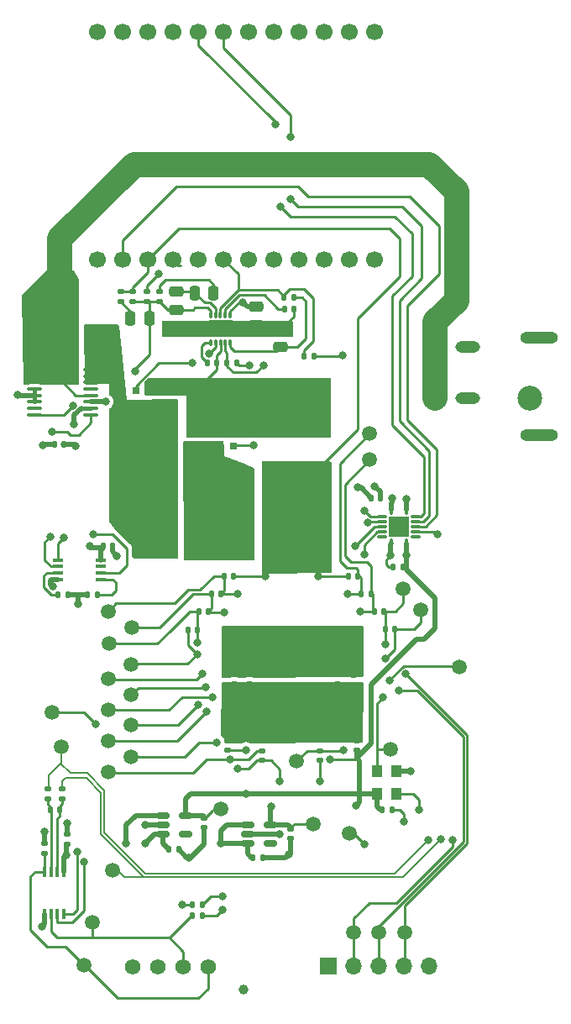
<source format=gbr>
%TF.GenerationSoftware,KiCad,Pcbnew,7.0.1*%
%TF.CreationDate,2023-10-06T09:11:46+02:00*%
%TF.ProjectId,NerdAxe_ultra,4e657264-4178-4655-9f75-6c7472612e6b,rev?*%
%TF.SameCoordinates,Original*%
%TF.FileFunction,Copper,L1,Top*%
%TF.FilePolarity,Positive*%
%FSLAX46Y46*%
G04 Gerber Fmt 4.6, Leading zero omitted, Abs format (unit mm)*
G04 Created by KiCad (PCBNEW 7.0.1) date 2023-10-06 09:11:46*
%MOMM*%
%LPD*%
G01*
G04 APERTURE LIST*
G04 Aperture macros list*
%AMRoundRect*
0 Rectangle with rounded corners*
0 $1 Rounding radius*
0 $2 $3 $4 $5 $6 $7 $8 $9 X,Y pos of 4 corners*
0 Add a 4 corners polygon primitive as box body*
4,1,4,$2,$3,$4,$5,$6,$7,$8,$9,$2,$3,0*
0 Add four circle primitives for the rounded corners*
1,1,$1+$1,$2,$3*
1,1,$1+$1,$4,$5*
1,1,$1+$1,$6,$7*
1,1,$1+$1,$8,$9*
0 Add four rect primitives between the rounded corners*
20,1,$1+$1,$2,$3,$4,$5,0*
20,1,$1+$1,$4,$5,$6,$7,0*
20,1,$1+$1,$6,$7,$8,$9,0*
20,1,$1+$1,$8,$9,$2,$3,0*%
%AMFreePoly0*
4,1,35,0.005000,-4.560000,0.003536,-4.563536,0.000000,-4.565000,-5.000000,-4.565000,-5.003536,-4.563536,-5.005000,-4.560000,-5.005000,-3.898000,-5.003536,-3.894464,-5.000000,-3.893000,-4.325000,-3.893000,-4.325000,-3.269700,-5.000000,-3.269700,-5.003536,-3.268236,-5.005000,-3.264700,-5.005000,-2.599700,-5.003536,-2.596164,-5.000000,-2.594700,-4.325000,-2.594700,-4.325000,-1.971400,-5.000000,-1.971400,
-5.003536,-1.969936,-5.005000,-1.966400,-5.005000,-1.301400,-5.003536,-1.297864,-5.000000,-1.296400,-4.325000,-1.296400,-4.325000,-0.673100,-5.000000,-0.673100,-5.003536,-0.671636,-5.005000,-0.668100,-5.005000,0.000000,-5.003536,0.003536,-5.000000,0.005000,0.005000,0.005000,0.005000,-4.560000,0.005000,-4.560000,$1*%
%AMFreePoly1*
4,1,45,-0.199646,1.700354,-0.199500,1.700000,-0.199500,1.200500,0.199500,1.200500,0.199500,1.700000,0.199646,1.700354,0.200000,1.700500,0.450000,1.700500,0.450354,1.700354,0.450500,1.700000,0.450500,1.200500,0.825000,1.200500,0.825354,1.200354,0.825500,1.200000,0.825500,-1.200000,0.825354,-1.200354,0.825000,-1.200500,0.450500,-1.200500,0.450500,-1.700000,0.450354,-1.700354,
0.450000,-1.700500,0.200000,-1.700500,0.199646,-1.700354,0.199500,-1.700000,0.199500,-1.200500,-0.199500,-1.200500,-0.199500,-1.700000,-0.199646,-1.700354,-0.200000,-1.700500,-0.450000,-1.700500,-0.450354,-1.700354,-0.450500,-1.700000,-0.450500,-1.200500,-0.825000,-1.200500,-0.825354,-1.200354,-0.825500,-1.200000,-0.825500,1.200000,-0.825354,1.200354,-0.825000,1.200500,-0.450500,1.200500,
-0.450500,1.700000,-0.450354,1.700354,-0.450000,1.700500,-0.200000,1.700500,-0.199646,1.700354,-0.199646,1.700354,$1*%
G04 Aperture macros list end*
%TA.AperFunction,SMDPad,CuDef*%
%ADD10RoundRect,0.250000X0.475000X-0.250000X0.475000X0.250000X-0.475000X0.250000X-0.475000X-0.250000X0*%
%TD*%
%TA.AperFunction,SMDPad,CuDef*%
%ADD11RoundRect,0.140000X0.140000X0.170000X-0.140000X0.170000X-0.140000X-0.170000X0.140000X-0.170000X0*%
%TD*%
%TA.AperFunction,SMDPad,CuDef*%
%ADD12RoundRect,0.100000X-0.637500X-0.100000X0.637500X-0.100000X0.637500X0.100000X-0.637500X0.100000X0*%
%TD*%
%TA.AperFunction,SMDPad,CuDef*%
%ADD13RoundRect,0.140000X-0.170000X0.140000X-0.170000X-0.140000X0.170000X-0.140000X0.170000X0.140000X0*%
%TD*%
%TA.AperFunction,SMDPad,CuDef*%
%ADD14RoundRect,0.135000X0.185000X-0.135000X0.185000X0.135000X-0.185000X0.135000X-0.185000X-0.135000X0*%
%TD*%
%TA.AperFunction,SMDPad,CuDef*%
%ADD15RoundRect,0.135000X-0.185000X0.135000X-0.185000X-0.135000X0.185000X-0.135000X0.185000X0.135000X0*%
%TD*%
%TA.AperFunction,SMDPad,CuDef*%
%ADD16RoundRect,0.250000X-0.250000X-0.475000X0.250000X-0.475000X0.250000X0.475000X-0.250000X0.475000X0*%
%TD*%
%TA.AperFunction,SMDPad,CuDef*%
%ADD17RoundRect,0.250000X-0.475000X0.250000X-0.475000X-0.250000X0.475000X-0.250000X0.475000X0.250000X0*%
%TD*%
%TA.AperFunction,SMDPad,CuDef*%
%ADD18C,1.500000*%
%TD*%
%TA.AperFunction,SMDPad,CuDef*%
%ADD19RoundRect,0.150000X-0.512500X-0.150000X0.512500X-0.150000X0.512500X0.150000X-0.512500X0.150000X0*%
%TD*%
%TA.AperFunction,SMDPad,CuDef*%
%ADD20R,0.400000X1.100000*%
%TD*%
%TA.AperFunction,SMDPad,CuDef*%
%ADD21RoundRect,0.007800X-0.122200X0.442200X-0.122200X-0.442200X0.122200X-0.442200X0.122200X0.442200X0*%
%TD*%
%TA.AperFunction,SMDPad,CuDef*%
%ADD22RoundRect,0.007800X-0.442200X-0.122200X0.442200X-0.122200X0.442200X0.122200X-0.442200X0.122200X0*%
%TD*%
%TA.AperFunction,SMDPad,CuDef*%
%ADD23R,2.050000X2.050000*%
%TD*%
%TA.AperFunction,ComponentPad*%
%ADD24C,0.500000*%
%TD*%
%TA.AperFunction,SMDPad,CuDef*%
%ADD25R,3.100000X2.000000*%
%TD*%
%TA.AperFunction,SMDPad,CuDef*%
%ADD26RoundRect,0.135000X0.135000X0.185000X-0.135000X0.185000X-0.135000X-0.185000X0.135000X-0.185000X0*%
%TD*%
%TA.AperFunction,SMDPad,CuDef*%
%ADD27R,1.100000X0.400000*%
%TD*%
%TA.AperFunction,SMDPad,CuDef*%
%ADD28RoundRect,0.140000X-0.140000X-0.170000X0.140000X-0.170000X0.140000X0.170000X-0.140000X0.170000X0*%
%TD*%
%TA.AperFunction,SMDPad,CuDef*%
%ADD29RoundRect,0.135000X-0.135000X-0.185000X0.135000X-0.185000X0.135000X0.185000X-0.135000X0.185000X0*%
%TD*%
%TA.AperFunction,SMDPad,CuDef*%
%ADD30RoundRect,0.140000X0.170000X-0.140000X0.170000X0.140000X-0.170000X0.140000X-0.170000X-0.140000X0*%
%TD*%
%TA.AperFunction,SMDPad,CuDef*%
%ADD31RoundRect,0.250000X-1.025000X0.875000X-1.025000X-0.875000X1.025000X-0.875000X1.025000X0.875000X0*%
%TD*%
%TA.AperFunction,SMDPad,CuDef*%
%ADD32R,0.700000X0.800000*%
%TD*%
%TA.AperFunction,SMDPad,CuDef*%
%ADD33FreePoly0,270.000000*%
%TD*%
%TA.AperFunction,SMDPad,CuDef*%
%ADD34RoundRect,0.007874X-0.112126X0.292126X-0.112126X-0.292126X0.112126X-0.292126X0.112126X0.292126X0*%
%TD*%
%TA.AperFunction,ComponentPad*%
%ADD35C,0.400000*%
%TD*%
%TA.AperFunction,SMDPad,CuDef*%
%ADD36FreePoly1,270.000000*%
%TD*%
%TA.AperFunction,SMDPad,CuDef*%
%ADD37R,1.600000X2.700000*%
%TD*%
%TA.AperFunction,SMDPad,CuDef*%
%ADD38FreePoly0,90.000000*%
%TD*%
%TA.AperFunction,SMDPad,CuDef*%
%ADD39RoundRect,0.250000X-0.325000X-1.100000X0.325000X-1.100000X0.325000X1.100000X-0.325000X1.100000X0*%
%TD*%
%TA.AperFunction,SMDPad,CuDef*%
%ADD40R,1.100000X1.300000*%
%TD*%
%TA.AperFunction,SMDPad,CuDef*%
%ADD41RoundRect,0.250000X0.325000X0.650000X-0.325000X0.650000X-0.325000X-0.650000X0.325000X-0.650000X0*%
%TD*%
%TA.AperFunction,ComponentPad*%
%ADD42C,1.574800*%
%TD*%
%TA.AperFunction,ComponentPad*%
%ADD43R,1.700000X1.700000*%
%TD*%
%TA.AperFunction,ComponentPad*%
%ADD44O,1.700000X1.700000*%
%TD*%
%TA.AperFunction,ComponentPad*%
%ADD45C,1.700000*%
%TD*%
%TA.AperFunction,ComponentPad*%
%ADD46C,2.500000*%
%TD*%
%TA.AperFunction,ComponentPad*%
%ADD47O,3.800000X1.200000*%
%TD*%
%TA.AperFunction,ComponentPad*%
%ADD48O,2.500000X1.200000*%
%TD*%
%TA.AperFunction,ComponentPad*%
%ADD49C,2.000000*%
%TD*%
%TA.AperFunction,ViaPad*%
%ADD50C,0.800000*%
%TD*%
%TA.AperFunction,ViaPad*%
%ADD51C,1.000000*%
%TD*%
%TA.AperFunction,ViaPad*%
%ADD52C,1.200000*%
%TD*%
%TA.AperFunction,Conductor*%
%ADD53C,0.508000*%
%TD*%
%TA.AperFunction,Conductor*%
%ADD54C,0.254000*%
%TD*%
%TA.AperFunction,Conductor*%
%ADD55C,0.400000*%
%TD*%
%TA.AperFunction,Conductor*%
%ADD56C,1.270000*%
%TD*%
%TA.AperFunction,Conductor*%
%ADD57C,2.540000*%
%TD*%
%TA.AperFunction,Conductor*%
%ADD58C,0.200000*%
%TD*%
G04 APERTURE END LIST*
D10*
%TO.P,C43,1*%
%TO.N,Net-(U9-BP)*%
X104510200Y-81125600D03*
%TO.P,C43,2*%
%TO.N,GND*%
X104510200Y-79225600D03*
%TD*%
D11*
%TO.P,C19,1*%
%TO.N,/BM1366/1V8*%
X116836000Y-103365000D03*
%TO.P,C19,2*%
%TO.N,GND*%
X115876000Y-103365000D03*
%TD*%
D12*
%TO.P,U8,1,IN+*%
%TO.N,/VIN*%
X79675300Y-83425000D03*
%TO.P,U8,2,IN+*%
X79675300Y-84075000D03*
%TO.P,U8,3,IN+*%
X79675300Y-84725000D03*
%TO.P,U8,4,A1*%
%TO.N,GND*%
X79675300Y-85375000D03*
%TO.P,U8,5,A0*%
X79675300Y-86025000D03*
%TO.P,U8,6,GND*%
X79675300Y-86675000D03*
%TO.P,U8,7,ALERT*%
%TO.N,unconnected-(U8-ALERT-Pad7)*%
X79675300Y-87325000D03*
%TO.P,U8,8,SDA*%
%TO.N,/SDA*%
X79675300Y-87975000D03*
%TO.P,U8,9,SCL*%
%TO.N,/SCL*%
X85400300Y-87975000D03*
%TO.P,U8,10,VS*%
%TO.N,/3V3*%
X85400300Y-87325000D03*
%TO.P,U8,11,GND*%
%TO.N,GND*%
X85400300Y-86675000D03*
%TO.P,U8,12,VBUS*%
%TO.N,/VIN*%
X85400300Y-86025000D03*
%TO.P,U8,13,NC*%
%TO.N,unconnected-(U8-NC-Pad13)*%
X85400300Y-85375000D03*
%TO.P,U8,14,IN-*%
%TO.N,/5V*%
X85400300Y-84725000D03*
%TO.P,U8,15,IN-*%
X85400300Y-84075000D03*
%TO.P,U8,16,IN-*%
X85400300Y-83425000D03*
%TD*%
D13*
%TO.P,C7,1*%
%TO.N,/VDD*%
X99820000Y-114150000D03*
%TO.P,C7,2*%
%TO.N,GND*%
X99820000Y-115110000D03*
%TD*%
D14*
%TO.P,R7,1,1*%
%TO.N,Net-(U7-DN)*%
X81075000Y-126664000D03*
%TO.P,R7,2,2*%
%TO.N,/TEMP_N*%
X81075000Y-125644000D03*
%TD*%
D15*
%TO.P,R13,1*%
%TO.N,/VDD*%
X88392300Y-75590000D03*
%TO.P,R13,2*%
%TO.N,Net-(C45-Pad1)*%
X88392300Y-76610000D03*
%TD*%
D11*
%TO.P,C1,1*%
%TO.N,GND*%
X115730000Y-127810000D03*
%TO.P,C1,2*%
%TO.N,/BM1366/1V8*%
X114770000Y-127810000D03*
%TD*%
D16*
%TO.P,C41,1*%
%TO.N,Net-(U9-COMP)*%
X95850000Y-75700000D03*
%TO.P,C41,2*%
%TO.N,Net-(C41-Pad2)*%
X97750000Y-75700000D03*
%TD*%
D11*
%TO.P,C3,1*%
%TO.N,/BM1366/VDD3_0*%
X114920000Y-107790000D03*
%TO.P,C3,2*%
%TO.N,/BM1366/VDD2_0*%
X113960000Y-107790000D03*
%TD*%
D17*
%TO.P,C38,1*%
%TO.N,/5V*%
X102027600Y-77089400D03*
%TO.P,C38,2*%
%TO.N,GND*%
X102027600Y-78989400D03*
%TD*%
D18*
%TO.P,TP35,1,1*%
%TO.N,/BM1366/VDD2_0*%
X113500000Y-92500000D03*
%TD*%
%TO.P,TP5,1,1*%
%TO.N,GND*%
X111440000Y-130160000D03*
%TD*%
D13*
%TO.P,C25,1*%
%TO.N,/BM1366/0V8*%
X105540000Y-129760000D03*
%TO.P,C25,2*%
%TO.N,GND*%
X105540000Y-130720000D03*
%TD*%
D18*
%TO.P,TP46,1,1*%
%TO.N,/BM1366/MODE_0*%
X89430000Y-122437000D03*
%TD*%
D16*
%TO.P,C45,1*%
%TO.N,Net-(C45-Pad1)*%
X89350000Y-78300000D03*
%TO.P,C45,2*%
%TO.N,/Power/OUT0*%
X91250000Y-78300000D03*
%TD*%
D18*
%TO.P,TP47,1,1*%
%TO.N,/BM1366/MODE_1*%
X87100000Y-123987000D03*
%TD*%
%TO.P,TP16,1,1*%
%TO.N,/Fan/FAN_TACH*%
X85570000Y-139110000D03*
%TD*%
%TO.P,TP15,1,1*%
%TO.N,/Fan/FAN_PWM*%
X84690000Y-143470000D03*
%TD*%
D19*
%TO.P,U5,1,VIN*%
%TO.N,/5V*%
X92615500Y-128358000D03*
%TO.P,U5,2,GND*%
%TO.N,GND*%
X92615500Y-129308000D03*
%TO.P,U5,3,EN*%
%TO.N,/5V*%
X92615500Y-130258000D03*
%TO.P,U5,4,PG*%
%TO.N,unconnected-(U5-PG-Pad4)*%
X94890500Y-130258000D03*
%TO.P,U5,5,VOUT*%
%TO.N,/BM1366/1V8*%
X94890500Y-128358000D03*
%TD*%
%TO.P,U6,1,VIN*%
%TO.N,/5V*%
X101182500Y-129290000D03*
%TO.P,U6,2,GND*%
%TO.N,GND*%
X101182500Y-130240000D03*
%TO.P,U6,3,EN*%
%TO.N,/5V*%
X101182500Y-131190000D03*
%TO.P,U6,4,PG*%
%TO.N,unconnected-(U6-PG-Pad4)*%
X103457500Y-131190000D03*
%TO.P,U6,5,VOUT*%
%TO.N,/BM1366/0V8*%
X103457500Y-129290000D03*
%TD*%
D13*
%TO.P,C4,1*%
%TO.N,/BM1366/MODE_OUT*%
X108485000Y-121838000D03*
%TO.P,C4,2*%
%TO.N,/BM1366/0V8*%
X108485000Y-122798000D03*
%TD*%
D20*
%TO.P,U7,1,VDD*%
%TO.N,/3V3*%
X82655000Y-134030000D03*
%TO.P,U7,2,DP*%
%TO.N,Net-(U7-DP)*%
X82005000Y-134030000D03*
%TO.P,U7,3,DN*%
%TO.N,Net-(U7-DN)*%
X81355000Y-134030000D03*
%TO.P,U7,4,FAN*%
%TO.N,/Fan/FAN_PWM*%
X80705000Y-134030000D03*
%TO.P,U7,5,GND*%
%TO.N,GND*%
X80705000Y-138330000D03*
%TO.P,U7,6,ALERT/TACH*%
%TO.N,/Fan/FAN_TACH*%
X81355000Y-138330000D03*
%TO.P,U7,7,SMDATA*%
%TO.N,/SDA*%
X82005000Y-138330000D03*
%TO.P,U7,8,SMCLK*%
%TO.N,/SCL*%
X82655000Y-138330000D03*
%TD*%
D11*
%TO.P,C12,1*%
%TO.N,/VDD*%
X99780000Y-104240000D03*
%TO.P,C12,2*%
%TO.N,/BM1366/VDD1_1*%
X98820000Y-104240000D03*
%TD*%
D18*
%TO.P,TP43,1,1*%
%TO.N,/BM1366/RI*%
X87100000Y-117729000D03*
%TD*%
D21*
%TO.P,U2,1,VCCA*%
%TO.N,/BM1366/1V8*%
X115672000Y-97580000D03*
D22*
%TO.P,U2,2,A1*%
%TO.N,/BM1366/RO*%
X114737000Y-98265000D03*
%TO.P,U2,3,A2*%
%TO.N,/BM1366/CI*%
X114737000Y-98765000D03*
%TO.P,U2,4,A3*%
%TO.N,/BM1366/RST_N*%
X114737000Y-99265000D03*
%TO.P,U2,5,A4*%
%TO.N,GND*%
X114737000Y-99765000D03*
%TO.P,U2,6*%
%TO.N,N/C*%
X114737000Y-100265000D03*
D21*
%TO.P,U2,7,GND*%
%TO.N,GND*%
X115672000Y-100950000D03*
%TO.P,U2,8,OE*%
%TO.N,/BM1366/1V8*%
X117172000Y-100950000D03*
D22*
%TO.P,U2,9*%
%TO.N,N/C*%
X118107000Y-100265000D03*
%TO.P,U2,10,B4*%
%TO.N,GND*%
X118107000Y-99765000D03*
%TO.P,U2,11,B3*%
%TO.N,/RST*%
X118107000Y-99265000D03*
%TO.P,U2,12,B2*%
%TO.N,/TX*%
X118107000Y-98765000D03*
%TO.P,U2,13,B1*%
%TO.N,/RX*%
X118107000Y-98265000D03*
D21*
%TO.P,U2,14,VCCB*%
%TO.N,/3V3*%
X117172000Y-97580000D03*
D23*
%TO.P,U2,15,GND*%
%TO.N,GND*%
X116422000Y-99265000D03*
D24*
%TO.P,U2,16,GND*%
X116922000Y-98765000D03*
%TO.P,U2,17,GND*%
X116922000Y-99765000D03*
%TO.P,U2,18,GND*%
X115922000Y-99765000D03*
%TO.P,U2,19,GND*%
X115922000Y-98765000D03*
%TD*%
D15*
%TO.P,R10,1*%
%TO.N,Net-(C41-Pad2)*%
X92300000Y-75590000D03*
%TO.P,R10,2*%
%TO.N,/Power/OUT0*%
X92300000Y-76610000D03*
%TD*%
D18*
%TO.P,TP42,1,1*%
%TO.N,/BM1366/VDD1_1*%
X87100000Y-107817000D03*
%TD*%
D25*
%TO.P,L1,1,1*%
%TO.N,/Power/SW*%
X106100000Y-86040000D03*
%TO.P,L1,2,2*%
%TO.N,/VDD*%
X106100000Y-94360000D03*
%TD*%
D14*
%TO.P,R15,1*%
%TO.N,/Power/OUT0*%
X91000000Y-76610000D03*
%TO.P,R15,2*%
%TO.N,GND*%
X91000000Y-75590000D03*
%TD*%
D11*
%TO.P,C15,1*%
%TO.N,/BM1366/VDD1_1*%
X98490000Y-106040000D03*
%TO.P,C15,2*%
%TO.N,/BM1366/VDD2_1*%
X97530000Y-106040000D03*
%TD*%
D26*
%TO.P,R16,1*%
%TO.N,Net-(U10-FS0)*%
X86000000Y-106100000D03*
%TO.P,R16,2*%
%TO.N,GND*%
X84980000Y-106100000D03*
%TD*%
D11*
%TO.P,C32,1*%
%TO.N,Net-(U7-DP)*%
X82216000Y-127813000D03*
%TO.P,C32,2*%
%TO.N,Net-(U7-DN)*%
X81256000Y-127813000D03*
%TD*%
D13*
%TO.P,C16,1*%
%TO.N,/BM1366/MODE_1*%
X102646000Y-121838000D03*
%TO.P,C16,2*%
%TO.N,/BM1366/0V8*%
X102646000Y-122798000D03*
%TD*%
D18*
%TO.P,TP12,1,1*%
%TO.N,/TEMP_N*%
X82390000Y-121440000D03*
%TD*%
%TO.P,TP20,1,1*%
%TO.N,/BM1366/MODE_OUT*%
X106100000Y-122920000D03*
%TD*%
D11*
%TO.P,C18,1*%
%TO.N,/BM1366/VDD3_1*%
X96139000Y-109681000D03*
%TO.P,C18,2*%
%TO.N,/BM1366/VDD4_1*%
X95179000Y-109681000D03*
%TD*%
D17*
%TO.P,C40,1*%
%TO.N,Net-(U9-COMP)*%
X94000000Y-75550000D03*
%TO.P,C40,2*%
%TO.N,/Power/OUT0*%
X94000000Y-77450000D03*
%TD*%
D27*
%TO.P,U10,1,SDA*%
%TO.N,/SDA*%
X82050000Y-102625000D03*
%TO.P,U10,2,SCL*%
%TO.N,/SCL*%
X82050000Y-103275000D03*
%TO.P,U10,3,FS1*%
%TO.N,Net-(U10-FS1)*%
X82050000Y-103925000D03*
%TO.P,U10,4,GND*%
%TO.N,GND*%
X82050000Y-104575000D03*
%TO.P,U10,5,FS0*%
%TO.N,Net-(U10-FS0)*%
X86350000Y-104575000D03*
%TO.P,U10,6,OUT0*%
%TO.N,/Power/OUT0*%
X86350000Y-103925000D03*
%TO.P,U10,7,OUT1*%
%TO.N,/Power/OUT1*%
X86350000Y-103275000D03*
%TO.P,U10,8,VCC*%
%TO.N,/3V3*%
X86350000Y-102625000D03*
%TD*%
D18*
%TO.P,TP36,1,1*%
%TO.N,/BM1366/VDD3_0*%
X116870000Y-105550000D03*
%TD*%
D28*
%TO.P,C39,1*%
%TO.N,Net-(U9-SS)*%
X104880000Y-77358600D03*
%TO.P,C39,2*%
%TO.N,GND*%
X105840000Y-77358600D03*
%TD*%
D11*
%TO.P,C35,1*%
%TO.N,/3V3*%
X82680000Y-91000000D03*
%TO.P,C35,2*%
%TO.N,GND*%
X81720000Y-91000000D03*
%TD*%
D13*
%TO.P,C10,1*%
%TO.N,/VDD*%
X110280000Y-114170000D03*
%TO.P,C10,2*%
%TO.N,GND*%
X110280000Y-115130000D03*
%TD*%
%TO.P,C11,1*%
%TO.N,/VDD*%
X101370000Y-114140000D03*
%TO.P,C11,2*%
%TO.N,GND*%
X101370000Y-115100000D03*
%TD*%
D15*
%TO.P,R14,1*%
%TO.N,/VDD*%
X89600000Y-75590000D03*
%TO.P,R14,2*%
%TO.N,/Power/OUT0*%
X89600000Y-76610000D03*
%TD*%
D29*
%TO.P,R11,1*%
%TO.N,/Power/PGOOD*%
X104848600Y-76169800D03*
%TO.P,R11,2*%
%TO.N,Net-(U9-BP)*%
X105868600Y-76169800D03*
%TD*%
D18*
%TO.P,TP6,1,1*%
%TO.N,/BM1366/NC*%
X81500000Y-118000000D03*
%TD*%
D30*
%TO.P,C14,1*%
%TO.N,/BM1366/1V8*%
X99190000Y-121800000D03*
%TO.P,C14,2*%
%TO.N,GND*%
X99190000Y-120840000D03*
%TD*%
D31*
%TO.P,C13,1*%
%TO.N,/VDD*%
X105600000Y-111360000D03*
%TO.P,C13,2*%
%TO.N,GND*%
X105600000Y-117760000D03*
%TD*%
D18*
%TO.P,TP11,1,1*%
%TO.N,/TEMP_P*%
X87580000Y-133890000D03*
%TD*%
D32*
%TO.P,Q2,1*%
%TO.N,GND*%
X95851000Y-91141300D03*
%TO.P,Q2,2*%
X97149300Y-91141300D03*
%TO.P,Q2,3,S*%
X98412700Y-91141300D03*
%TO.P,Q2,4,G*%
%TO.N,Net-(Q2-G)*%
X99711000Y-91141300D03*
D33*
%TO.P,Q2,5,D*%
%TO.N,/Power/SW*%
X100061000Y-90236300D03*
%TD*%
D18*
%TO.P,TP1,1,1*%
%TO.N,/BM1366/BO*%
X89430000Y-116237000D03*
%TD*%
D30*
%TO.P,C33,1*%
%TO.N,/3V3*%
X82970000Y-131240000D03*
%TO.P,C33,2*%
%TO.N,GND*%
X82970000Y-130280000D03*
%TD*%
D29*
%TO.P,R2,1*%
%TO.N,/Fan/FAN_TACH*%
X95640000Y-138480000D03*
%TO.P,R2,2*%
%TO.N,/3V3*%
X96660000Y-138480000D03*
%TD*%
D18*
%TO.P,TP3,1,1*%
%TO.N,/BM1366/RO*%
X114410000Y-140150000D03*
%TD*%
%TO.P,TP41,1,1*%
%TO.N,/BM1366/VDD2_1*%
X89500000Y-109437000D03*
%TD*%
%TO.P,TP38,1,1*%
%TO.N,/BM1366/NRSTO*%
X87100000Y-114600000D03*
%TD*%
%TO.P,TP44,1,1*%
%TO.N,/BM1366/CLKO*%
X89430000Y-119277000D03*
%TD*%
D28*
%TO.P,C44,1*%
%TO.N,/3V3*%
X86610000Y-101200000D03*
%TO.P,C44,2*%
%TO.N,GND*%
X87570000Y-101200000D03*
%TD*%
D34*
%TO.P,U9,1,VDD*%
%TO.N,/5V*%
X99446291Y-77900000D03*
%TO.P,U9,2,SS*%
%TO.N,Net-(U9-SS)*%
X98946291Y-77900000D03*
%TO.P,U9,3,PGOOD*%
%TO.N,/Power/PGOOD*%
X98416291Y-77900000D03*
%TO.P,U9,4,COMP*%
%TO.N,Net-(U9-COMP)*%
X97946291Y-77900000D03*
%TO.P,U9,5,FB*%
%TO.N,/Power/OUT0*%
X97446291Y-77900000D03*
%TO.P,U9,6,BOOT*%
%TO.N,Net-(U9-BOOT)*%
X97446291Y-80700000D03*
%TO.P,U9,7,HDRV*%
%TO.N,Net-(Q1-G)*%
X97946291Y-80700000D03*
%TO.P,U9,8,SW*%
%TO.N,/Power/SW*%
X98446291Y-80700000D03*
%TO.P,U9,9,LDRV*%
%TO.N,Net-(Q2-G)*%
X98946291Y-80700000D03*
%TO.P,U9,10,BP*%
%TO.N,Net-(U9-BP)*%
X99446291Y-80700000D03*
D35*
%TO.P,U9,11,GND*%
%TO.N,GND*%
X98446291Y-78725000D03*
X99396291Y-79300000D03*
D36*
X98446291Y-79300000D03*
D35*
X97496291Y-79300000D03*
X98446291Y-79875000D03*
%TD*%
D18*
%TO.P,TP34,1,1*%
%TO.N,/BM1366/VDD1_0*%
X113500000Y-89900000D03*
%TD*%
D28*
%TO.P,C22,1*%
%TO.N,/5V*%
X93253000Y-131818000D03*
%TO.P,C22,2*%
%TO.N,GND*%
X94213000Y-131818000D03*
%TD*%
D18*
%TO.P,TP39,1,1*%
%TO.N,/BM1366/VDD4_1*%
X89460000Y-113137000D03*
%TD*%
D11*
%TO.P,C6,1*%
%TO.N,/BM1366/VDD2_0*%
X113620000Y-106030000D03*
%TO.P,C6,2*%
%TO.N,/BM1366/VDD1_0*%
X112660000Y-106030000D03*
%TD*%
D37*
%TO.P,C46,1*%
%TO.N,/VDD*%
X103951000Y-97918800D03*
%TO.P,C46,2*%
%TO.N,GND*%
X100951000Y-97918800D03*
%TD*%
D32*
%TO.P,Q1,1*%
%TO.N,/Power/SW*%
X93749287Y-85592464D03*
%TO.P,Q1,2*%
X92450987Y-85592464D03*
%TO.P,Q1,3,S*%
X91187587Y-85592464D03*
%TO.P,Q1,4,G*%
%TO.N,Net-(Q1-G)*%
X89889287Y-85592464D03*
D38*
%TO.P,Q1,5,D*%
%TO.N,/5V*%
X89539287Y-86497464D03*
%TD*%
D29*
%TO.P,R17,1*%
%TO.N,Net-(U10-FS1)*%
X82070000Y-106100000D03*
%TO.P,R17,2*%
%TO.N,GND*%
X83090000Y-106100000D03*
%TD*%
D28*
%TO.P,C42,1*%
%TO.N,Net-(U9-BOOT)*%
X97097600Y-82800000D03*
%TO.P,C42,2*%
%TO.N,/Power/SW*%
X98057600Y-82800000D03*
%TD*%
D18*
%TO.P,TP7,1,1*%
%TO.N,/BM1366/CLKI*%
X115560000Y-121710000D03*
%TD*%
D39*
%TO.P,C34,1*%
%TO.N,/5V*%
X92906000Y-94248800D03*
%TO.P,C34,2*%
%TO.N,GND*%
X95856000Y-94248800D03*
%TD*%
D18*
%TO.P,TP40,1,1*%
%TO.N,/BM1366/VDD3_1*%
X87180000Y-111047000D03*
%TD*%
%TO.P,TP4,1,1*%
%TO.N,/BM1366/RST_N*%
X117040000Y-140190000D03*
%TD*%
D40*
%TO.P,U1,1,EN*%
%TO.N,/BM1366/1V8*%
X116140000Y-126170000D03*
%TO.P,U1,2,GND*%
%TO.N,GND*%
X116140000Y-123870000D03*
%TO.P,U1,3,OUT*%
%TO.N,/BM1366/CLKI*%
X114240000Y-123870000D03*
%TO.P,U1,4,VIN*%
%TO.N,/BM1366/1V8*%
X114240000Y-126170000D03*
%TD*%
D18*
%TO.P,TP13,1,1*%
%TO.N,/BM1366/1V8*%
X98473000Y-127736000D03*
%TD*%
D29*
%TO.P,R12,1*%
%TO.N,Net-(Q2-G)*%
X99067600Y-82800000D03*
%TO.P,R12,2*%
%TO.N,GND*%
X100087600Y-82800000D03*
%TD*%
D26*
%TO.P,R4,1*%
%TO.N,/3V3*%
X107887600Y-82045800D03*
%TO.P,R4,2*%
%TO.N,/Power/PGOOD*%
X106867600Y-82045800D03*
%TD*%
D11*
%TO.P,C2,1*%
%TO.N,/BM1366/VDD4_0*%
X116020000Y-109624000D03*
%TO.P,C2,2*%
%TO.N,/BM1366/VDD3_0*%
X115060000Y-109624000D03*
%TD*%
D28*
%TO.P,C23,1*%
%TO.N,/5V*%
X101730000Y-132610000D03*
%TO.P,C23,2*%
%TO.N,GND*%
X102690000Y-132610000D03*
%TD*%
D30*
%TO.P,C5,1*%
%TO.N,/BM1366/1V8*%
X112160000Y-121800000D03*
%TO.P,C5,2*%
%TO.N,GND*%
X112160000Y-120840000D03*
%TD*%
D18*
%TO.P,TP9,1,1*%
%TO.N,/BM1366/BI*%
X122500000Y-113430000D03*
%TD*%
D14*
%TO.P,R9,1*%
%TO.N,/Fan/FAN_PWM*%
X80700000Y-132210000D03*
%TO.P,R9,2*%
%TO.N,/3V3*%
X80700000Y-131190000D03*
%TD*%
D11*
%TO.P,C17,1*%
%TO.N,/BM1366/VDD2_1*%
X97210000Y-107780000D03*
%TO.P,C17,2*%
%TO.N,/BM1366/VDD3_1*%
X96250000Y-107780000D03*
%TD*%
%TO.P,C8,1*%
%TO.N,/BM1366/VDD1_0*%
X112290000Y-104240000D03*
%TO.P,C8,2*%
%TO.N,/VDD*%
X111330000Y-104240000D03*
%TD*%
D28*
%TO.P,C29,1*%
%TO.N,/5V*%
X95640000Y-137410000D03*
%TO.P,C29,2*%
%TO.N,GND*%
X96600000Y-137410000D03*
%TD*%
D18*
%TO.P,TP37,1,1*%
%TO.N,/BM1366/VDD4_0*%
X118610000Y-107630000D03*
%TD*%
%TO.P,TP14,1,1*%
%TO.N,/BM1366/0V8*%
X107830000Y-129200000D03*
%TD*%
%TO.P,TP45,1,1*%
%TO.N,/BM1366/CO*%
X87100000Y-120858000D03*
%TD*%
%TO.P,TP2,1,1*%
%TO.N,/BM1366/CI*%
X111890000Y-140150000D03*
%TD*%
D11*
%TO.P,C20,1*%
%TO.N,/3V3*%
X114582000Y-96355000D03*
%TO.P,C20,2*%
%TO.N,GND*%
X113622000Y-96355000D03*
%TD*%
D41*
%TO.P,C47,1*%
%TO.N,/VDD*%
X103886000Y-100888800D03*
%TO.P,C47,2*%
%TO.N,GND*%
X100936000Y-100888800D03*
%TD*%
D13*
%TO.P,C24,1*%
%TO.N,/BM1366/1V8*%
X96763000Y-128638000D03*
%TO.P,C24,2*%
%TO.N,GND*%
X96763000Y-129598000D03*
%TD*%
D39*
%TO.P,C36,1*%
%TO.N,/5V*%
X92866000Y-97658800D03*
%TO.P,C36,2*%
%TO.N,GND*%
X95816000Y-97658800D03*
%TD*%
D13*
%TO.P,C9,1*%
%TO.N,/VDD*%
X111870000Y-114230000D03*
%TO.P,C9,2*%
%TO.N,GND*%
X111870000Y-115190000D03*
%TD*%
D39*
%TO.P,C37,1*%
%TO.N,/5V*%
X92866000Y-101018800D03*
%TO.P,C37,2*%
%TO.N,GND*%
X95816000Y-101018800D03*
%TD*%
D15*
%TO.P,R8,1,1*%
%TO.N,/TEMP_P*%
X82470000Y-125644000D03*
%TO.P,R8,2,2*%
%TO.N,Net-(U7-DP)*%
X82470000Y-126664000D03*
%TD*%
D42*
%TO.P,J4,1,Pin_1*%
%TO.N,GND*%
X89621000Y-143622000D03*
%TO.P,J4,2,Pin_2*%
%TO.N,/5V*%
X92161000Y-143622000D03*
%TO.P,J4,3,Pin_3*%
%TO.N,/Fan/FAN_TACH*%
X94701000Y-143622000D03*
%TO.P,J4,4,Pin_4*%
%TO.N,/Fan/FAN_PWM*%
X97241000Y-143622000D03*
%TD*%
D43*
%TO.P,J7,1,Pin_1*%
%TO.N,/VIN*%
X83099400Y-79900000D03*
D44*
%TO.P,J7,2,Pin_2*%
%TO.N,/5V*%
X85639400Y-79900000D03*
%TD*%
D43*
%TO.P,J3,1,Pin_1*%
%TO.N,/BM1366/1V8*%
X109350000Y-143580000D03*
D44*
%TO.P,J3,2,Pin_2*%
%TO.N,/BM1366/CI*%
X111890000Y-143580000D03*
%TO.P,J3,3,Pin_3*%
%TO.N,/BM1366/RO*%
X114430000Y-143580000D03*
%TO.P,J3,4,Pin_4*%
%TO.N,/BM1366/RST_N*%
X116970000Y-143580000D03*
%TO.P,J3,5,Pin_5*%
%TO.N,GND*%
X119510000Y-143580000D03*
%TD*%
D45*
%TO.P,U3,1,3V*%
%TO.N,/3V3*%
X86060000Y-72360000D03*
%TO.P,U3,2,GPIO1*%
%TO.N,/RST*%
X88600000Y-72360000D03*
%TO.P,U3,3,GPIO2*%
%TO.N,/VDD*%
X91140000Y-72360000D03*
%TO.P,U3,4,GPIO3*%
%TO.N,unconnected-(U3-GPIO3-Pad4)*%
X93680000Y-72360000D03*
%TO.P,U3,5,GPIO10*%
%TO.N,unconnected-(U3-GPIO10-Pad5)*%
X96220000Y-72360000D03*
%TO.P,U3,6,GPIO11*%
%TO.N,/Power/PGOOD*%
X98760000Y-72360000D03*
%TO.P,U3,7,GPIO12*%
%TO.N,unconnected-(U3-GPIO12-Pad7)*%
X101300000Y-72360000D03*
%TO.P,U3,8,GPIO13*%
%TO.N,unconnected-(U3-GPIO13-Pad8)*%
X103840000Y-72360000D03*
%TO.P,U3,9,NC*%
%TO.N,unconnected-(U3-NC-Pad9)*%
X106380000Y-72360000D03*
%TO.P,U3,10,NC*%
%TO.N,unconnected-(U3-NC-Pad10)*%
X108920000Y-72360000D03*
%TO.P,U3,11,GND*%
%TO.N,GND*%
X111460000Y-72360000D03*
%TO.P,U3,12,5V*%
%TO.N,/5V*%
X114000000Y-72360000D03*
%TO.P,U3,13,3V*%
%TO.N,/3V3*%
X114000000Y-49440000D03*
%TO.P,U3,14,GND*%
%TO.N,GND*%
X111460000Y-49440000D03*
%TO.P,U3,15,GND*%
X108920000Y-49440000D03*
%TO.P,U3,16,NC*%
%TO.N,unconnected-(U3-NC-Pad16)*%
X106380000Y-49440000D03*
%TO.P,U3,17,GPIO16*%
%TO.N,unconnected-(U3-GPIO16-Pad17)*%
X103840000Y-49440000D03*
%TO.P,U3,18,GPIO21*%
%TO.N,unconnected-(U3-GPIO21-Pad18)*%
X101300000Y-49440000D03*
%TO.P,U3,19,GPIO17*%
%TO.N,/TX*%
X98760000Y-49440000D03*
%TO.P,U3,20,GPIO18*%
%TO.N,/RX*%
X96220000Y-49440000D03*
%TO.P,U3,21,GPIO44*%
%TO.N,/SDA*%
X93680000Y-49440000D03*
%TO.P,U3,22,GPIO43*%
%TO.N,/SCL*%
X91140000Y-49440000D03*
%TO.P,U3,23,GND*%
%TO.N,GND*%
X88600000Y-49440000D03*
%TO.P,U3,24,GND*%
X86060000Y-49440000D03*
%TD*%
D46*
%TO.P,DC1,*%
%TO.N,*%
X129609000Y-86336000D03*
D47*
%TO.P,DC1,1*%
%TO.N,GND*%
X130569000Y-80206000D03*
D48*
%TO.P,DC1,2*%
X123359000Y-81136000D03*
%TO.P,DC1,3*%
X123359000Y-86336000D03*
D49*
%TO.P,DC1,4*%
%TO.N,/VIN*%
X120109000Y-86336000D03*
D47*
%TO.P,DC1,6*%
%TO.N,GND*%
X130569000Y-90066000D03*
%TD*%
D50*
%TO.N,GND*%
X80410000Y-139600000D03*
X77987800Y-85990000D03*
X116910000Y-128990000D03*
X97419400Y-101778600D03*
X112980000Y-131260000D03*
X101377600Y-83045800D03*
X97419400Y-96157200D03*
X100679400Y-95548600D03*
X106396000Y-118533000D03*
X97419400Y-93108600D03*
X98959400Y-93108600D03*
X104082000Y-115436000D03*
X98682000Y-136516000D03*
X86842800Y-86675000D03*
X98959400Y-101778600D03*
X106408000Y-116351000D03*
X95645200Y-79309200D03*
D51*
X100765000Y-145890000D03*
D50*
X97419400Y-94588600D03*
X92200000Y-73800000D03*
X105673000Y-117442000D03*
X80559400Y-91040000D03*
X97419400Y-97928600D03*
X81520055Y-105309945D03*
X98959400Y-99798600D03*
X117602000Y-123903000D03*
X104855000Y-118563000D03*
X104132000Y-117472000D03*
X98959400Y-94588600D03*
X97419400Y-99798600D03*
X112922500Y-102037000D03*
X107144000Y-117442000D03*
X90897000Y-129309000D03*
X112318000Y-95325000D03*
X105623000Y-115406000D03*
X98959400Y-97928600D03*
X104867000Y-116381000D03*
X105330000Y-132320000D03*
X104430000Y-130240000D03*
X98959400Y-96157200D03*
X115573700Y-102188000D03*
X120310000Y-100000000D03*
X83001194Y-129118806D03*
X88000000Y-102200000D03*
X84070000Y-107050000D03*
X95260000Y-132630000D03*
X107094000Y-115406000D03*
X100679400Y-93800000D03*
%TO.N,/BM1366/1V8*%
X101015000Y-126170000D03*
X115737362Y-96385646D03*
X118490000Y-127770000D03*
X117172000Y-102173000D03*
X112130000Y-127390000D03*
X109458000Y-122723000D03*
X101015000Y-121775000D03*
%TO.N,/BM1366/VDD4_0*%
X115099642Y-112550642D03*
%TO.N,/VDD*%
X103000000Y-104240000D03*
X105152000Y-113890000D03*
D52*
X107969400Y-98818600D03*
X108009400Y-100948600D03*
D50*
X104126000Y-113110000D03*
X108330000Y-104270000D03*
X107204000Y-113920000D03*
D52*
X108009400Y-102918600D03*
D50*
X106178000Y-113110000D03*
D52*
X105979400Y-98818600D03*
X105979400Y-96778600D03*
X107949400Y-96798600D03*
X106029400Y-102948600D03*
X105999400Y-100928600D03*
D50*
%TO.N,/5V*%
X88883000Y-131168000D03*
X100714600Y-76647800D03*
X94580000Y-137390000D03*
X90881000Y-131182000D03*
X98450000Y-131200000D03*
%TO.N,/3V3*%
X114010000Y-95176000D03*
X83800000Y-91100000D03*
X98662000Y-137914100D03*
X110750000Y-82000000D03*
X117172000Y-96434000D03*
X80676100Y-129980000D03*
X82880000Y-132350000D03*
X85260000Y-101250000D03*
X83700000Y-88900000D03*
%TO.N,/TX*%
X105500000Y-60000000D03*
X105500000Y-66250000D03*
%TO.N,/RX*%
X104500000Y-67000000D03*
X104000000Y-58750000D03*
%TO.N,/BM1366/VDD3_0*%
X115070000Y-111160000D03*
%TO.N,/BM1366/VDD2_0*%
X112530000Y-107800000D03*
%TO.N,/BM1366/MODE_OUT*%
X110862000Y-121832000D03*
%TO.N,/TEMP_N*%
X119411500Y-130842500D03*
%TO.N,/TEMP_P*%
X120680000Y-130802000D03*
%TO.N,/SCL*%
X81280000Y-100290000D03*
X84010000Y-132070000D03*
X81500000Y-89700000D03*
%TO.N,/Power/OUT0*%
X85600000Y-100000000D03*
X89829400Y-83588600D03*
%TO.N,/BM1366/0V8*%
X108468000Y-124939000D03*
X100155000Y-123661000D03*
X104431000Y-124939000D03*
X103530000Y-127490000D03*
%TO.N,/BM1366/VDD1_0*%
X111250000Y-106010000D03*
%TO.N,/BM1366/VDD1_1*%
X100180000Y-106040000D03*
%TO.N,/BM1366/VDD2_1*%
X98850000Y-107880000D03*
%TO.N,/BM1366/MODE_0*%
X98090000Y-121060000D03*
%TO.N,/BM1366/VDD3_1*%
X96130000Y-110920000D03*
%TO.N,/BM1366/VDD4_1*%
X96109000Y-112124000D03*
%TO.N,/BM1366/CI*%
X121860400Y-130850000D03*
X113272599Y-98869299D03*
%TO.N,/BM1366/RO*%
X112962000Y-97645000D03*
X116428000Y-115817000D03*
%TO.N,/BM1366/RST_N*%
X117148868Y-114071132D03*
X112000000Y-101250000D03*
%TO.N,Net-(Q1-G)*%
X97277600Y-81845800D03*
X95577600Y-82745800D03*
%TO.N,Net-(Q2-G)*%
X101810000Y-91090000D03*
X102800000Y-83000000D03*
%TO.N,/BM1366/RI*%
X97600000Y-116430000D03*
%TO.N,/BM1366/CLKI*%
X114844000Y-116495900D03*
%TO.N,/BM1366/NRSTO*%
X96610000Y-114090000D03*
%TO.N,/BM1366/BO*%
X96950000Y-115460000D03*
%TO.N,/BM1366/CLKO*%
X96220000Y-117200000D03*
%TO.N,/BM1366/CO*%
X97010000Y-117920000D03*
%TO.N,/BM1366/MODE_1*%
X99393000Y-122727000D03*
%TO.N,/SDA*%
X84702648Y-133065000D03*
X83551542Y-87051542D03*
X82660000Y-100350000D03*
%TO.N,/BM1366/BI*%
X115540000Y-114780000D03*
%TO.N,/BM1366/NC*%
X85860000Y-119200000D03*
%TD*%
D53*
%TO.N,GND*%
X90897000Y-129309000D02*
X90898000Y-129308000D01*
X96763000Y-129768000D02*
X96763000Y-131278000D01*
D54*
X116910000Y-128210000D02*
X116910000Y-128990000D01*
X118107000Y-99765000D02*
X120075000Y-99765000D01*
D53*
X82050000Y-104575000D02*
X81375000Y-104575000D01*
D54*
X112922500Y-101108938D02*
X114266438Y-99765000D01*
D53*
X117602000Y-123903000D02*
X117569000Y-123870000D01*
D54*
X111880000Y-130160000D02*
X112980000Y-131260000D01*
X115130000Y-103060000D02*
X115130000Y-102631700D01*
D53*
X80705000Y-138330000D02*
X80705000Y-139305000D01*
X81290000Y-105079890D02*
X81520055Y-105309945D01*
X115573700Y-102188000D02*
X115573700Y-101048300D01*
X102860000Y-132610000D02*
X105040000Y-132610000D01*
D54*
X115130000Y-102631700D02*
X115573700Y-102188000D01*
X97494000Y-136516000D02*
X96600000Y-137410000D01*
D53*
X81290000Y-104660000D02*
X81290000Y-105079890D01*
D54*
X120075000Y-99765000D02*
X120310000Y-100000000D01*
D53*
X87560000Y-101760000D02*
X88000000Y-102200000D01*
X82970000Y-129150000D02*
X83001194Y-129118806D01*
X87560000Y-101370000D02*
X87560000Y-101760000D01*
X95461000Y-132620000D02*
X95015000Y-132620000D01*
D54*
X105840000Y-77358600D02*
X105853400Y-77372000D01*
X115900000Y-127810000D02*
X116510000Y-127810000D01*
X105853400Y-77372000D02*
X105853400Y-78071400D01*
D53*
X80559400Y-91040000D02*
X80599400Y-91000000D01*
D54*
X100333400Y-83045800D02*
X101377600Y-83045800D01*
D53*
X105540000Y-132110000D02*
X105540000Y-130890000D01*
X117569000Y-123870000D02*
X116140000Y-123870000D01*
X80705000Y-139305000D02*
X80410000Y-139600000D01*
X96783000Y-131298000D02*
X95461000Y-132620000D01*
X84100000Y-107020000D02*
X84070000Y-107050000D01*
D54*
X91000000Y-75000000D02*
X92200000Y-73800000D01*
X112922500Y-102037000D02*
X112922500Y-101108938D01*
D53*
X101182500Y-130240000D02*
X104430000Y-130240000D01*
X105040000Y-132610000D02*
X105540000Y-132110000D01*
X82970000Y-130280000D02*
X82970000Y-129150000D01*
D54*
X115876000Y-103365000D02*
X115435000Y-103365000D01*
D53*
X80599400Y-91000000D02*
X81589400Y-91000000D01*
X86842800Y-86675000D02*
X86867800Y-86700000D01*
X84100000Y-106100000D02*
X84100000Y-107020000D01*
D54*
X115435000Y-103365000D02*
X115130000Y-103060000D01*
D53*
X83090000Y-106100000D02*
X84100000Y-106100000D01*
X112592000Y-95325000D02*
X113622000Y-96355000D01*
X115573700Y-101048300D02*
X115672000Y-100950000D01*
X90898000Y-129308000D02*
X92615500Y-129308000D01*
X95015000Y-132620000D02*
X94213000Y-131818000D01*
D54*
X111440000Y-130160000D02*
X111880000Y-130160000D01*
D53*
X81375000Y-104575000D02*
X81290000Y-104660000D01*
X112318000Y-95325000D02*
X112592000Y-95325000D01*
X79675300Y-86025000D02*
X78022800Y-86025000D01*
D54*
X116510000Y-127810000D02*
X116910000Y-128210000D01*
D53*
X84100000Y-106100000D02*
X84980000Y-106100000D01*
D55*
X79675300Y-85375000D02*
X79675300Y-86025000D01*
D53*
X96763000Y-131278000D02*
X96783000Y-131298000D01*
D54*
X114266438Y-99765000D02*
X114737000Y-99765000D01*
X98682000Y-136516000D02*
X97494000Y-136516000D01*
D55*
X79675300Y-86675000D02*
X79675300Y-86025000D01*
D53*
X85400300Y-86675000D02*
X86842800Y-86675000D01*
D54*
X105853400Y-78071400D02*
X104699200Y-79225600D01*
X100087600Y-82800000D02*
X100333400Y-83045800D01*
X104699200Y-79225600D02*
X104510200Y-79225600D01*
X91000000Y-75590000D02*
X91000000Y-75000000D01*
%TO.N,/VIN*%
X79675300Y-84024700D02*
X79800000Y-83900000D01*
X83832800Y-86025000D02*
X82532800Y-84725000D01*
X79675300Y-83425000D02*
X79675300Y-83424700D01*
D56*
X82250000Y-79050600D02*
X83099400Y-79900000D01*
D57*
X82250000Y-78700000D02*
X82250000Y-70250000D01*
D54*
X82532800Y-84725000D02*
X79675300Y-84725000D01*
D57*
X122250000Y-76500000D02*
X120109000Y-78641000D01*
D54*
X79675300Y-83424700D02*
X79700000Y-83400000D01*
D56*
X82250000Y-78700000D02*
X82250000Y-79050600D01*
D57*
X120109000Y-78641000D02*
X120109000Y-86336000D01*
D54*
X79675300Y-84725000D02*
X79675300Y-84024700D01*
D57*
X82250000Y-70250000D02*
X89750000Y-62750000D01*
X119500000Y-62750000D02*
X122250000Y-65500000D01*
D54*
X79700000Y-84050300D02*
X79675300Y-84075000D01*
D57*
X89750000Y-62750000D02*
X119500000Y-62750000D01*
D54*
X79700000Y-83400000D02*
X79700000Y-84050300D01*
X79675300Y-84024700D02*
X79675300Y-84075000D01*
D57*
X122250000Y-65500000D02*
X122250000Y-76500000D01*
D54*
X85400300Y-86025000D02*
X83832800Y-86025000D01*
D53*
%TO.N,/BM1366/1V8*%
X94890500Y-128358000D02*
X96653000Y-128358000D01*
X117172000Y-102173000D02*
X117172000Y-100950000D01*
X120060000Y-109490000D02*
X120060000Y-106460000D01*
X117183000Y-103583000D02*
X117183000Y-103222000D01*
X112480000Y-126170000D02*
X112480000Y-122880000D01*
D54*
X117890000Y-126170000D02*
X116140000Y-126170000D01*
D53*
X117183000Y-103222000D02*
X117172000Y-103211000D01*
D54*
X118490000Y-126770000D02*
X117890000Y-126170000D01*
X111997000Y-122723000D02*
X112160000Y-122560000D01*
D53*
X112480000Y-126170000D02*
X101015000Y-126170000D01*
X115737362Y-96829638D02*
X115672000Y-96895000D01*
X118960000Y-110590000D02*
X120060000Y-109490000D01*
X96653000Y-128358000D02*
X96763000Y-128468000D01*
X113630000Y-121090000D02*
X113630000Y-115160000D01*
X112480000Y-127040000D02*
X112130000Y-127390000D01*
D54*
X99190000Y-121800000D02*
X100990000Y-121800000D01*
D53*
X95406000Y-126161000D02*
X95415000Y-126170000D01*
X118200000Y-110590000D02*
X118960000Y-110590000D01*
X112160000Y-122560000D02*
X113630000Y-121090000D01*
X112480000Y-126170000D02*
X112480000Y-127040000D01*
X120060000Y-106460000D02*
X117183000Y-103583000D01*
X114600000Y-127810000D02*
X114250000Y-127460000D01*
X95415000Y-126170000D02*
X101015000Y-126170000D01*
X94890500Y-128358000D02*
X94890500Y-126676500D01*
X114250000Y-126180000D02*
X114240000Y-126170000D01*
X115737362Y-96385646D02*
X115737362Y-96829638D01*
D54*
X118490000Y-127770000D02*
X118490000Y-126770000D01*
D53*
X115672000Y-96895000D02*
X115672000Y-97580000D01*
X113630000Y-115160000D02*
X118200000Y-110590000D01*
X112480000Y-122880000D02*
X112160000Y-122560000D01*
X94890500Y-126676500D02*
X95406000Y-126161000D01*
X117172000Y-103211000D02*
X117172000Y-100950000D01*
X114250000Y-127460000D02*
X114250000Y-126180000D01*
D54*
X97670000Y-127850000D02*
X97020000Y-128500000D01*
X100990000Y-121800000D02*
X101015000Y-121775000D01*
X109458000Y-122723000D02*
X111997000Y-122723000D01*
D53*
X112160000Y-121970000D02*
X112160000Y-122560000D01*
X112480000Y-126170000D02*
X114240000Y-126170000D01*
D54*
%TO.N,/BM1366/VDD4_0*%
X116020000Y-109624000D02*
X116020000Y-111630284D01*
X116020000Y-109624000D02*
X117946000Y-109624000D01*
X117946000Y-109624000D02*
X118610000Y-108960000D01*
X118610000Y-108960000D02*
X118610000Y-107630000D01*
X116020000Y-111630284D02*
X115099642Y-112550642D01*
%TO.N,/VDD*%
X107806400Y-93918600D02*
X112250000Y-89475000D01*
X94250000Y-69250000D02*
X91140000Y-72360000D01*
X116500000Y-74000000D02*
X116500000Y-70250000D01*
X106100000Y-94360000D02*
X106541400Y-93918600D01*
X115500000Y-69250000D02*
X94250000Y-69250000D01*
X91140000Y-73610000D02*
X91140000Y-72360000D01*
X108360000Y-104240000D02*
X111160000Y-104240000D01*
X112250000Y-89475000D02*
X112250000Y-78250000D01*
X103000000Y-104240000D02*
X99950000Y-104240000D01*
X89600000Y-75590000D02*
X89600000Y-75150000D01*
X116500000Y-70250000D02*
X115500000Y-69250000D01*
X106541400Y-93918600D02*
X107806400Y-93918600D01*
X112250000Y-78250000D02*
X116500000Y-74000000D01*
X108330000Y-104270000D02*
X108360000Y-104240000D01*
X89600000Y-75150000D02*
X91140000Y-73610000D01*
X88392300Y-75590000D02*
X89800000Y-75590000D01*
D53*
%TO.N,/5V*%
X99110000Y-129300000D02*
X98450000Y-129960000D01*
X89893000Y-128358000D02*
X88883000Y-129368000D01*
X101182500Y-129290000D02*
X100683811Y-129290000D01*
D54*
X86798400Y-83051400D02*
X85437800Y-81690800D01*
D53*
X100683811Y-129290000D02*
X100673811Y-129300000D01*
X101156200Y-77089400D02*
X100714600Y-76647800D01*
D54*
X85400300Y-83425000D02*
X85400300Y-84075000D01*
D53*
X93253000Y-131818000D02*
X92615500Y-131180500D01*
X98460000Y-131190000D02*
X98450000Y-131200000D01*
X102027600Y-77089400D02*
X101156200Y-77089400D01*
D54*
X85400300Y-84075000D02*
X85400300Y-84725000D01*
X85400300Y-83425000D02*
X86424800Y-83425000D01*
X100322200Y-76647800D02*
X99446291Y-77523709D01*
X94580000Y-137390000D02*
X94600000Y-137410000D01*
D53*
X88883000Y-129368000D02*
X88883000Y-131168000D01*
X90881000Y-131182000D02*
X91805000Y-130258000D01*
D54*
X99446291Y-77523709D02*
X99446291Y-77900000D01*
D53*
X98450000Y-129960000D02*
X98450000Y-131200000D01*
X92615500Y-131180500D02*
X92615500Y-130258000D01*
X100673811Y-129300000D02*
X99110000Y-129300000D01*
X101182500Y-131190000D02*
X98460000Y-131190000D01*
X91805000Y-130258000D02*
X92615500Y-130258000D01*
X92615500Y-128358000D02*
X89893000Y-128358000D01*
X101182500Y-131190000D02*
X101182500Y-132232500D01*
D54*
X94600000Y-137410000D02*
X95640000Y-137410000D01*
D53*
X101182500Y-132232500D02*
X101560000Y-132610000D01*
D54*
X86424800Y-83425000D02*
X86798400Y-83051400D01*
D53*
%TO.N,/3V3*%
X80676100Y-129980000D02*
X80700000Y-130003900D01*
D54*
X110704200Y-82045800D02*
X107887600Y-82045800D01*
D53*
X86600000Y-101370000D02*
X85380000Y-101370000D01*
X83700000Y-91000000D02*
X83800000Y-91100000D01*
D54*
X98076100Y-138500000D02*
X96600000Y-138500000D01*
D53*
X86350000Y-102625000D02*
X86350000Y-101620000D01*
X114010000Y-95176000D02*
X114582000Y-95748000D01*
X83700000Y-88900000D02*
X83700000Y-88042800D01*
X83569400Y-91000000D02*
X83700000Y-91000000D01*
X83569400Y-91000000D02*
X82549400Y-91000000D01*
X82880000Y-132350000D02*
X82880000Y-131330000D01*
X85380000Y-101370000D02*
X85260000Y-101250000D01*
X117172000Y-96434000D02*
X117172000Y-97580000D01*
D54*
X98662000Y-137914100D02*
X98076100Y-138500000D01*
D53*
X86350000Y-101620000D02*
X86600000Y-101370000D01*
X80700000Y-130003900D02*
X80700000Y-131190000D01*
D55*
X84417800Y-87325000D02*
X85400300Y-87325000D01*
D53*
X82655000Y-134030000D02*
X82655000Y-132575000D01*
D54*
X110750000Y-82000000D02*
X110704200Y-82045800D01*
D53*
X83700000Y-88042800D02*
X84417800Y-87325000D01*
X82655000Y-132575000D02*
X82880000Y-132350000D01*
X114582000Y-95748000D02*
X114582000Y-96355000D01*
X82880000Y-131330000D02*
X82970000Y-131240000D01*
D54*
%TO.N,/TX*%
X116500000Y-76500000D02*
X116500000Y-88625000D01*
X105500000Y-57750000D02*
X105500000Y-60000000D01*
X119500000Y-98137000D02*
X118872000Y-98765000D01*
X98760000Y-49440000D02*
X98760000Y-51010000D01*
X98760000Y-51010000D02*
X105500000Y-57750000D01*
X119500000Y-91625000D02*
X119500000Y-98137000D01*
X105500000Y-66250000D02*
X106250000Y-67000000D01*
X116750000Y-67000000D02*
X118750000Y-69000000D01*
X118750000Y-69000000D02*
X118750000Y-74250000D01*
X118750000Y-74250000D02*
X116500000Y-76500000D01*
X118872000Y-98765000D02*
X118107000Y-98765000D01*
X106250000Y-67000000D02*
X116750000Y-67000000D01*
X116500000Y-88625000D02*
X119500000Y-91625000D01*
%TO.N,/RX*%
X115750000Y-89000000D02*
X119000000Y-92250000D01*
X104000000Y-58500000D02*
X96220000Y-50720000D01*
X96220000Y-50720000D02*
X96220000Y-49440000D01*
X115750000Y-76000000D02*
X115750000Y-89000000D01*
X118632000Y-98265000D02*
X118107000Y-98265000D01*
X119000000Y-92250000D02*
X119000000Y-97897000D01*
X104000000Y-58750000D02*
X104000000Y-58500000D01*
X104500000Y-67000000D02*
X105500000Y-68000000D01*
X116000000Y-68000000D02*
X117750000Y-69750000D01*
X119000000Y-97897000D02*
X118632000Y-98265000D01*
X117750000Y-69750000D02*
X117750000Y-74000000D01*
X105500000Y-68000000D02*
X116000000Y-68000000D01*
X117750000Y-74000000D02*
X115750000Y-76000000D01*
%TO.N,/BM1366/VDD3_0*%
X115060000Y-111150000D02*
X115070000Y-111160000D01*
X115090000Y-109650000D02*
X115090000Y-107790000D01*
X116070000Y-107790000D02*
X116880000Y-106980000D01*
X116880000Y-106980000D02*
X116870000Y-106970000D01*
X114920000Y-107790000D02*
X116070000Y-107790000D01*
X115060000Y-109624000D02*
X115060000Y-111150000D01*
X116870000Y-106970000D02*
X116870000Y-105550000D01*
%TO.N,/BM1366/VDD2_0*%
X111000000Y-95000000D02*
X113500000Y-92500000D01*
X112530000Y-107800000D02*
X113780000Y-107800000D01*
X113600000Y-103280000D02*
X113180000Y-102860000D01*
X113790000Y-107790000D02*
X113790000Y-106030000D01*
X113600000Y-106010000D02*
X113600000Y-103280000D01*
X113780000Y-107800000D02*
X113790000Y-107790000D01*
X113620000Y-106030000D02*
X113600000Y-106010000D01*
X111000000Y-102250000D02*
X111000000Y-95000000D01*
X113180000Y-102860000D02*
X111610000Y-102860000D01*
X111610000Y-102860000D02*
X111000000Y-102250000D01*
%TO.N,/RST*%
X119112000Y-99265000D02*
X120250000Y-98127000D01*
X117250000Y-88500000D02*
X117250000Y-77006400D01*
X106250000Y-65000000D02*
X94000000Y-65000000D01*
X118107000Y-99265000D02*
X119112000Y-99265000D01*
X120500000Y-69000000D02*
X117500000Y-66000000D01*
X120500000Y-73756400D02*
X120500000Y-69000000D01*
X94000000Y-65000000D02*
X88600000Y-70400000D01*
X88600000Y-70400000D02*
X88600000Y-72360000D01*
X117250000Y-77006400D02*
X120500000Y-73756400D01*
X120250000Y-91500000D02*
X117250000Y-88500000D01*
X120250000Y-98127000D02*
X120250000Y-91500000D01*
X117500000Y-66000000D02*
X107250000Y-66000000D01*
X107250000Y-66000000D02*
X106250000Y-65000000D01*
%TO.N,/BM1366/MODE_OUT*%
X110856000Y-121838000D02*
X110862000Y-121832000D01*
X106100000Y-122920000D02*
X107170000Y-121850000D01*
X107170000Y-121850000D02*
X108473000Y-121850000D01*
X108473000Y-121850000D02*
X108485000Y-121838000D01*
X108485000Y-121838000D02*
X110856000Y-121838000D01*
D58*
%TO.N,/TEMP_N*%
X83309000Y-124100000D02*
X82332000Y-123123000D01*
X86720000Y-125820000D02*
X85000000Y-124100000D01*
X119411500Y-130842500D02*
X116016400Y-134237600D01*
X81142000Y-125577000D02*
X81075000Y-125644000D01*
X90872600Y-134237600D02*
X86720000Y-130085000D01*
X86720000Y-130085000D02*
X86720000Y-125820000D01*
X82332000Y-123123000D02*
X81142000Y-124313000D01*
X82390000Y-123065000D02*
X82390000Y-121440000D01*
X81142000Y-124313000D02*
X81142000Y-125577000D01*
X85000000Y-124100000D02*
X83309000Y-124100000D01*
X82332000Y-123123000D02*
X82390000Y-123065000D01*
X116016400Y-134237600D02*
X90872600Y-134237600D01*
%TO.N,/TEMP_P*%
X84900000Y-124600000D02*
X82800000Y-124600000D01*
X86367600Y-130230968D02*
X86367600Y-126067600D01*
X82468000Y-125642000D02*
X82470000Y-125644000D01*
X82800000Y-124600000D02*
X82468000Y-124932000D01*
X116892000Y-134590000D02*
X90726632Y-134590000D01*
X88030000Y-133890000D02*
X87580000Y-133890000D01*
X90726632Y-134590000D02*
X88730000Y-134590000D01*
X90726632Y-134590000D02*
X86367600Y-130230968D01*
X82468000Y-124932000D02*
X82468000Y-125642000D01*
X120680000Y-130802000D02*
X116892000Y-134590000D01*
X88730000Y-134590000D02*
X88030000Y-133890000D01*
X86367600Y-126067600D02*
X84900000Y-124600000D01*
D54*
%TO.N,/Fan/FAN_TACH*%
X95580000Y-138500000D02*
X95490000Y-138500000D01*
X81355000Y-140115000D02*
X81950000Y-140710000D01*
X81950000Y-140710000D02*
X85500000Y-140710000D01*
X85500000Y-140710000D02*
X86870000Y-140710000D01*
X93280000Y-140710000D02*
X86870000Y-140710000D01*
X85570000Y-140640000D02*
X85500000Y-140710000D01*
X95490000Y-138500000D02*
X93280000Y-140710000D01*
X94701000Y-143622000D02*
X94701000Y-142131000D01*
X94701000Y-142131000D02*
X93280000Y-140710000D01*
X85570000Y-139110000D02*
X85570000Y-140640000D01*
X81355000Y-138330000D02*
X81355000Y-140115000D01*
%TO.N,/SCL*%
X83300000Y-90000000D02*
X84200000Y-90000000D01*
X83000000Y-89700000D02*
X83300000Y-90000000D01*
X81500000Y-89700000D02*
X83000000Y-89700000D01*
X80740000Y-100830000D02*
X80740000Y-102623800D01*
X83580000Y-138330000D02*
X82655000Y-138330000D01*
X84010000Y-132070000D02*
X84010000Y-137900000D01*
X80740000Y-102623800D02*
X81391200Y-103275000D01*
X84200000Y-90000000D02*
X85400300Y-88799700D01*
X81391200Y-103275000D02*
X82050000Y-103275000D01*
X84010000Y-137900000D02*
X83580000Y-138330000D01*
X85400300Y-88799700D02*
X85400300Y-87975000D01*
X81280000Y-100290000D02*
X80740000Y-100830000D01*
%TO.N,/Fan/FAN_PWM*%
X79280000Y-139929000D02*
X79280000Y-134530000D01*
X80700000Y-132210000D02*
X80700000Y-134025000D01*
X97241000Y-145797000D02*
X97241000Y-143622000D01*
X79780000Y-134030000D02*
X80705000Y-134030000D01*
X80941000Y-141590000D02*
X79280000Y-139929000D01*
X84770000Y-143483000D02*
X88093702Y-146806702D01*
X88093702Y-146806702D02*
X96231298Y-146806702D01*
X84690000Y-143470000D02*
X82810000Y-141590000D01*
X80700000Y-134025000D02*
X80705000Y-134030000D01*
X79280000Y-134530000D02*
X79780000Y-134030000D01*
X96231298Y-146806702D02*
X97241000Y-145797000D01*
X82810000Y-141590000D02*
X80941000Y-141590000D01*
%TO.N,/Power/OUT0*%
X95900000Y-77200000D02*
X97100000Y-77200000D01*
X91250000Y-76652300D02*
X91207700Y-76610000D01*
X89000000Y-103200000D02*
X88275000Y-103925000D01*
X97100000Y-77200000D02*
X97446291Y-77546291D01*
X94000000Y-77450000D02*
X95650000Y-77450000D01*
X87560000Y-100000000D02*
X89000000Y-101440000D01*
X89800000Y-76610000D02*
X91207700Y-76610000D01*
X91300000Y-81923400D02*
X91300000Y-78350000D01*
X95650000Y-77450000D02*
X95900000Y-77200000D01*
X89829400Y-83588600D02*
X89829400Y-83394000D01*
X85600000Y-100000000D02*
X87560000Y-100000000D01*
X91300000Y-78350000D02*
X91250000Y-78300000D01*
X97446291Y-77546291D02*
X97446291Y-77900000D01*
X88275000Y-103925000D02*
X86350000Y-103925000D01*
X91250000Y-78300000D02*
X91250000Y-76652300D01*
X94000000Y-77450000D02*
X93140000Y-77450000D01*
X89829400Y-83394000D02*
X91300000Y-81923400D01*
X89000000Y-101440000D02*
X89000000Y-103200000D01*
X93140000Y-77450000D02*
X92300000Y-76610000D01*
X91207700Y-76610000D02*
X92300000Y-76610000D01*
%TO.N,/Power/SW*%
X98057600Y-83442400D02*
X96900000Y-84600000D01*
X98057600Y-81965800D02*
X98057600Y-82800000D01*
X94200000Y-84600000D02*
X93749287Y-85050713D01*
X98446291Y-80700000D02*
X98446291Y-81577109D01*
X96900000Y-84600000D02*
X94200000Y-84600000D01*
X98057600Y-83442400D02*
X98057600Y-82800000D01*
X98446291Y-81577109D02*
X98057600Y-81965800D01*
X93749287Y-85050713D02*
X93749287Y-85592464D01*
%TO.N,/BM1366/0V8*%
X105930000Y-129200000D02*
X105540000Y-129590000D01*
X107830000Y-129200000D02*
X105930000Y-129200000D01*
X101279000Y-123661000D02*
X102142000Y-122798000D01*
D53*
X103457500Y-129290000D02*
X103457500Y-127562500D01*
X105240000Y-129290000D02*
X105540000Y-129590000D01*
D54*
X100155000Y-123661000D02*
X101279000Y-123661000D01*
D53*
X103457500Y-129290000D02*
X105240000Y-129290000D01*
D54*
X103532000Y-122798000D02*
X104431000Y-123697000D01*
X108485000Y-122798000D02*
X108485000Y-124922000D01*
D53*
X103457500Y-127562500D02*
X103530000Y-127490000D01*
D54*
X102646000Y-122798000D02*
X103532000Y-122798000D01*
X104431000Y-123697000D02*
X104431000Y-124939000D01*
X102142000Y-122798000D02*
X102646000Y-122798000D01*
X108485000Y-124922000D02*
X108468000Y-124939000D01*
%TO.N,/BM1366/VDD1_0*%
X110500000Y-92900000D02*
X113500000Y-89900000D01*
X112490000Y-106030000D02*
X112660000Y-106030000D01*
X112660000Y-104440000D02*
X112460000Y-104240000D01*
X112290000Y-104240000D02*
X112290000Y-103590000D01*
X112290000Y-103590000D02*
X112100000Y-103400000D01*
X111150000Y-103400000D02*
X110500000Y-102750000D01*
X111250000Y-106010000D02*
X112470000Y-106010000D01*
X112470000Y-106010000D02*
X112490000Y-106030000D01*
X112660000Y-106030000D02*
X112660000Y-104440000D01*
X112100000Y-103400000D02*
X111150000Y-103400000D01*
X110500000Y-102750000D02*
X110500000Y-92900000D01*
%TO.N,/BM1366/VDD1_1*%
X96396400Y-105633600D02*
X95166400Y-105633600D01*
X98820000Y-105710000D02*
X98490000Y-106040000D01*
X95166400Y-105633600D02*
X93800000Y-107000000D01*
X98820000Y-104240000D02*
X98820000Y-105710000D01*
X87917000Y-107000000D02*
X87100000Y-107817000D01*
X93800000Y-107000000D02*
X87917000Y-107000000D01*
X97790000Y-104240000D02*
X96396400Y-105633600D01*
X98820000Y-104240000D02*
X97790000Y-104240000D01*
X100180000Y-106040000D02*
X98660000Y-106040000D01*
%TO.N,/BM1366/VDD2_1*%
X98850000Y-107880000D02*
X97480000Y-107880000D01*
X97530000Y-106040000D02*
X97530000Y-107460000D01*
X95720000Y-106040000D02*
X92323000Y-109437000D01*
X97530000Y-107460000D02*
X97210000Y-107780000D01*
X97480000Y-107880000D02*
X97380000Y-107780000D01*
X97530000Y-106040000D02*
X95720000Y-106040000D01*
X92323000Y-109437000D02*
X89500000Y-109437000D01*
%TO.N,/BM1366/MODE_0*%
X94863000Y-122437000D02*
X89430000Y-122437000D01*
X96240000Y-121060000D02*
X94863000Y-122437000D01*
X98090000Y-121060000D02*
X98020000Y-121130000D01*
X98090000Y-121060000D02*
X96240000Y-121060000D01*
%TO.N,/BM1366/VDD3_1*%
X96130000Y-110920000D02*
X96130000Y-109730000D01*
X96080000Y-109680000D02*
X96080000Y-107780000D01*
X96130000Y-109730000D02*
X96080000Y-109680000D01*
X95340000Y-107780000D02*
X93380000Y-109740000D01*
X93380000Y-109740000D02*
X92073000Y-111047000D01*
X96250000Y-107780000D02*
X95340000Y-107780000D01*
X92073000Y-111047000D02*
X87180000Y-111047000D01*
%TO.N,/BM1366/VDD4_1*%
X95179000Y-111194000D02*
X96109000Y-112124000D01*
X96109000Y-112124000D02*
X95133000Y-113100000D01*
X95179000Y-109681000D02*
X95179000Y-111194000D01*
X95133000Y-113100000D02*
X89497000Y-113100000D01*
X89497000Y-113100000D02*
X89460000Y-113137000D01*
%TO.N,Net-(U7-DP)*%
X82216000Y-127490000D02*
X82470000Y-127236000D01*
X82216000Y-128439000D02*
X82216000Y-127813000D01*
X82005000Y-134030000D02*
X82005000Y-128650000D01*
X82216000Y-127813000D02*
X82216000Y-127490000D01*
X82470000Y-127236000D02*
X82470000Y-126664000D01*
X82005000Y-128650000D02*
X82216000Y-128439000D01*
%TO.N,Net-(U7-DN)*%
X81256000Y-127813000D02*
X81256000Y-127453000D01*
X81075000Y-127248000D02*
X81075000Y-126664000D01*
X81355000Y-127912000D02*
X81256000Y-127813000D01*
X81256000Y-127453000D02*
X81063000Y-127260000D01*
X81355000Y-134030000D02*
X81355000Y-127912000D01*
X81063000Y-127260000D02*
X81075000Y-127248000D01*
%TO.N,Net-(U9-SS)*%
X102847600Y-75900400D02*
X104270000Y-77322800D01*
X98946291Y-77316892D02*
X100362783Y-75900400D01*
X104270000Y-77322800D02*
X104915800Y-77322800D01*
X98946291Y-77900000D02*
X98946291Y-77316892D01*
X100362783Y-75900400D02*
X102847600Y-75900400D01*
X104915800Y-77322800D02*
X104880000Y-77358600D01*
%TO.N,Net-(U9-COMP)*%
X97946291Y-77246291D02*
X97400000Y-76700000D01*
X97946291Y-77900000D02*
X97946291Y-77246291D01*
X94000000Y-75550000D02*
X95700000Y-75550000D01*
X95700000Y-75550000D02*
X95850000Y-75700000D01*
X96850000Y-76700000D02*
X95850000Y-75700000D01*
X97400000Y-76700000D02*
X96850000Y-76700000D01*
%TO.N,Net-(U9-BOOT)*%
X96900000Y-80700000D02*
X97446291Y-80700000D01*
X97097600Y-82800000D02*
X96500000Y-82202400D01*
X96500000Y-81100000D02*
X96900000Y-80700000D01*
X96500000Y-82202400D02*
X96500000Y-81100000D01*
%TO.N,Net-(C41-Pad2)*%
X97300000Y-74400000D02*
X92900000Y-74400000D01*
X92900000Y-74400000D02*
X92300000Y-75000000D01*
X97750000Y-74850000D02*
X97300000Y-74400000D01*
X92300000Y-75000000D02*
X92300000Y-75590000D01*
X97750000Y-75700000D02*
X97750000Y-74850000D01*
%TO.N,Net-(U9-BP)*%
X99446291Y-80700000D02*
X99446291Y-81114491D01*
X104510200Y-81125600D02*
X106229200Y-81125600D01*
X106229200Y-81125600D02*
X107043400Y-80311400D01*
X107043400Y-76541400D02*
X106675200Y-76173200D01*
X107043400Y-80311400D02*
X107043400Y-76541400D01*
X99877600Y-81545800D02*
X104090000Y-81545800D01*
X106675200Y-76173200D02*
X105875800Y-76173200D01*
X104090000Y-81545800D02*
X104510200Y-81125600D01*
X99446291Y-81114491D02*
X99877600Y-81545800D01*
%TO.N,/BM1366/CI*%
X113376898Y-98765000D02*
X114737000Y-98765000D01*
X121860400Y-130850000D02*
X121860400Y-131519600D01*
X113272599Y-98869299D02*
X113376898Y-98765000D01*
X113460000Y-137190000D02*
X111890000Y-138760000D01*
X116190000Y-137190000D02*
X113460000Y-137190000D01*
X111890000Y-143580000D02*
X111890000Y-140150000D01*
X111890000Y-138760000D02*
X111890000Y-140150000D01*
X121860400Y-131519600D02*
X116190000Y-137190000D01*
%TO.N,Net-(C45-Pad1)*%
X89350000Y-77567700D02*
X88392300Y-76610000D01*
X89350000Y-78300000D02*
X89350000Y-77567700D01*
%TO.N,/BM1366/RO*%
X113582000Y-98265000D02*
X114737000Y-98265000D01*
X122924000Y-120421000D02*
X122924000Y-131030058D01*
X114410000Y-143560000D02*
X114430000Y-143580000D01*
X116428000Y-115817000D02*
X118320000Y-115817000D01*
X122924000Y-131030058D02*
X114410000Y-139544058D01*
X114410000Y-140150000D02*
X114410000Y-143560000D01*
X114410000Y-139544058D02*
X114410000Y-140150000D01*
X118320000Y-115817000D02*
X122924000Y-120421000D01*
X112962000Y-97645000D02*
X113582000Y-98265000D01*
%TO.N,/BM1366/RST_N*%
X117040000Y-137488794D02*
X117040000Y-140190000D01*
X112000000Y-101250000D02*
X113985000Y-99265000D01*
X113985000Y-99265000D02*
X114737000Y-99265000D01*
X123330400Y-120252664D02*
X123330400Y-131198394D01*
X117040000Y-143510000D02*
X116970000Y-143580000D01*
X123330400Y-131198394D02*
X117040000Y-137488794D01*
X117148868Y-114071132D02*
X123330400Y-120252664D01*
X117040000Y-140190000D02*
X117040000Y-143510000D01*
%TO.N,unconnected-(U3-GPIO3-Pad4)*%
X94407000Y-72902000D02*
X94081000Y-72902000D01*
%TO.N,Net-(Q1-G)*%
X97277600Y-81845800D02*
X97946291Y-81177109D01*
X92254200Y-82745800D02*
X89889287Y-85110713D01*
X97946291Y-81177109D02*
X97946291Y-80700000D01*
X89889287Y-85110713D02*
X89889287Y-85592464D01*
X95577600Y-82745800D02*
X92254200Y-82745800D01*
%TO.N,Net-(Q2-G)*%
X99067600Y-83045800D02*
X99067600Y-81755800D01*
X102800000Y-83000000D02*
X102074800Y-83725200D01*
X99077600Y-81745800D02*
X98946291Y-81614491D01*
X99067600Y-81755800D02*
X99077600Y-81745800D01*
X98946291Y-81614491D02*
X98946291Y-80700000D01*
X101810000Y-91090000D02*
X99762300Y-91090000D01*
X99067600Y-83067600D02*
X99067600Y-82800000D01*
X102074800Y-83725200D02*
X99725200Y-83725200D01*
X99762300Y-91090000D02*
X99711000Y-91141300D01*
X99725200Y-83725200D02*
X99067600Y-83067600D01*
%TO.N,/BM1366/RI*%
X97600000Y-116430000D02*
X97592000Y-116422000D01*
X94570000Y-116430000D02*
X93271000Y-117729000D01*
X93271000Y-117729000D02*
X87100000Y-117729000D01*
X97600000Y-116430000D02*
X94570000Y-116430000D01*
%TO.N,Net-(U10-FS0)*%
X87480000Y-106100000D02*
X87870000Y-105710000D01*
X87565000Y-104575000D02*
X86350000Y-104575000D01*
X86000000Y-106100000D02*
X87480000Y-106100000D01*
X87870000Y-104880000D02*
X87565000Y-104575000D01*
X87870000Y-105710000D02*
X87870000Y-104880000D01*
%TO.N,Net-(U10-FS1)*%
X80935000Y-103925000D02*
X82050000Y-103925000D01*
X80640000Y-104220000D02*
X80935000Y-103925000D01*
X81350000Y-106100000D02*
X80640000Y-105390000D01*
X80640000Y-105390000D02*
X80640000Y-104220000D01*
X82070000Y-106100000D02*
X81350000Y-106100000D01*
%TO.N,/BM1366/CLKI*%
X115560000Y-121710000D02*
X114260000Y-121710000D01*
X114260000Y-121710000D02*
X114240000Y-121690000D01*
X114240000Y-121690000D02*
X114240000Y-123870000D01*
X114240000Y-117099900D02*
X114240000Y-121690000D01*
X114844000Y-116495900D02*
X114240000Y-117099900D01*
%TO.N,/BM1366/NRSTO*%
X87200000Y-114700000D02*
X87100000Y-114600000D01*
X96610000Y-114090000D02*
X96000000Y-114700000D01*
X96000000Y-114700000D02*
X87200000Y-114700000D01*
%TO.N,/BM1366/BO*%
X96910000Y-115500000D02*
X90167000Y-115500000D01*
X96950000Y-115460000D02*
X96910000Y-115500000D01*
X90167000Y-115500000D02*
X89430000Y-116237000D01*
%TO.N,/BM1366/CLKO*%
X95450000Y-117970000D02*
X96220000Y-117200000D01*
X94123000Y-119277000D02*
X95430000Y-117970000D01*
X95430000Y-117970000D02*
X95450000Y-117970000D01*
X89430000Y-119277000D02*
X94123000Y-119277000D01*
%TO.N,/BM1366/CO*%
X87100000Y-120858000D02*
X94072000Y-120858000D01*
X94072000Y-120858000D02*
X97010000Y-117920000D01*
%TO.N,/BM1366/MODE_1*%
X95700000Y-124100000D02*
X87213000Y-124100000D01*
X87213000Y-124100000D02*
X87100000Y-123987000D01*
X101242000Y-122727000D02*
X99393000Y-122727000D01*
X102131000Y-121838000D02*
X101242000Y-122727000D01*
X99393000Y-122727000D02*
X97073000Y-122727000D01*
X97073000Y-122727000D02*
X95700000Y-124100000D01*
X102646000Y-121838000D02*
X102131000Y-121838000D01*
%TO.N,/Power/PGOOD*%
X107754600Y-76247800D02*
X107754600Y-80568800D01*
X105394600Y-75347800D02*
X106854600Y-75347800D01*
X106867600Y-81455800D02*
X106867600Y-82045800D01*
X98416291Y-77900000D02*
X98416291Y-77223445D01*
X106854600Y-75347800D02*
X107754600Y-76247800D01*
X100221936Y-73821936D02*
X100221936Y-75417800D01*
X98760000Y-72360000D02*
X100221936Y-73821936D01*
X104219200Y-75417800D02*
X104855800Y-76054400D01*
X104855800Y-76054400D02*
X104855800Y-75886600D01*
X98416291Y-77223445D02*
X100221936Y-75417800D01*
X100221936Y-75417800D02*
X104219200Y-75417800D01*
X107754600Y-80568800D02*
X106867600Y-81455800D01*
X104855800Y-75886600D02*
X105394600Y-75347800D01*
%TO.N,/SDA*%
X83551542Y-87051542D02*
X82628084Y-87975000D01*
X83520600Y-139159400D02*
X82030400Y-139159400D01*
X84702648Y-137977352D02*
X83520600Y-139159400D01*
X82030400Y-139159400D02*
X82005000Y-139134000D01*
X82050000Y-100960000D02*
X82050000Y-102625000D01*
X82660000Y-100350000D02*
X82050000Y-100960000D01*
X84702648Y-133065000D02*
X84702648Y-137977352D01*
X82628084Y-87975000D02*
X79675300Y-87975000D01*
X82005000Y-139134000D02*
X82005000Y-138330000D01*
%TO.N,/BM1366/BI*%
X115540000Y-114780000D02*
X115540000Y-114719183D01*
X122430000Y-113360000D02*
X122500000Y-113430000D01*
X116899183Y-113360000D02*
X122430000Y-113360000D01*
X115540000Y-114719183D02*
X116899183Y-113360000D01*
%TO.N,/BM1366/NC*%
X85860000Y-119200000D02*
X84660000Y-118000000D01*
X84660000Y-118000000D02*
X81500000Y-118000000D01*
%TD*%
%TA.AperFunction,Conductor*%
%TO.N,GND*%
G36*
X105628986Y-78519360D02*
G01*
X105691302Y-78536004D01*
X105737218Y-78581304D01*
X105754700Y-78643391D01*
X105776163Y-80016982D01*
X105759903Y-80080889D01*
X105713590Y-80127831D01*
X105649908Y-80144951D01*
X103952732Y-80141313D01*
X92642528Y-80117069D01*
X92579644Y-80100099D01*
X92533636Y-80053992D01*
X92516800Y-79991070D01*
X92516800Y-78617471D01*
X92533726Y-78554393D01*
X92579956Y-78508262D01*
X92643070Y-78491471D01*
X105628986Y-78519360D01*
G37*
%TD.AperFunction*%
%TD*%
%TA.AperFunction,Conductor*%
%TO.N,/5V*%
G36*
X88088153Y-78898485D02*
G01*
X88146581Y-78913750D01*
X88191197Y-78954452D01*
X88211748Y-79011240D01*
X89001905Y-86493035D01*
X94042277Y-86441499D01*
X94105771Y-86457919D01*
X94152413Y-86504027D01*
X94169563Y-86567330D01*
X94189839Y-102345211D01*
X94173241Y-102407881D01*
X94127680Y-102454002D01*
X94065218Y-102471365D01*
X89817817Y-102517851D01*
X89757525Y-102503238D01*
X89711517Y-102461626D01*
X89548574Y-102216564D01*
X89532884Y-102183243D01*
X89527500Y-102146804D01*
X89527500Y-101451156D01*
X89527573Y-101446855D01*
X89528174Y-101429255D01*
X89529667Y-101385549D01*
X89520430Y-101347649D01*
X89518024Y-101334985D01*
X89512714Y-101296344D01*
X89512713Y-101296341D01*
X89506110Y-101281139D01*
X89499259Y-101260768D01*
X89495335Y-101244666D01*
X89476218Y-101210666D01*
X89470480Y-101199112D01*
X89454943Y-101163344D01*
X89454943Y-101163343D01*
X89444481Y-101150484D01*
X89432391Y-101132719D01*
X89424267Y-101118269D01*
X89396681Y-101090683D01*
X89388044Y-101081113D01*
X89363430Y-101050858D01*
X89349885Y-101041297D01*
X89333452Y-101027454D01*
X87940897Y-99634900D01*
X87937907Y-99631807D01*
X87896028Y-99586966D01*
X87862703Y-99566700D01*
X87852039Y-99559441D01*
X87820963Y-99535875D01*
X87805534Y-99529791D01*
X87786292Y-99520234D01*
X87772132Y-99511623D01*
X87772130Y-99511622D01*
X87758982Y-99503627D01*
X87719525Y-99465733D01*
X87250366Y-98760132D01*
X87234726Y-98726982D01*
X87229290Y-98690733D01*
X87196807Y-87467970D01*
X87212440Y-87406819D01*
X87255767Y-87360923D01*
X87345062Y-87304816D01*
X87472616Y-87177262D01*
X87568589Y-87024522D01*
X87628168Y-86854255D01*
X87648365Y-86675000D01*
X87628168Y-86495745D01*
X87568589Y-86325478D01*
X87472616Y-86172738D01*
X87472615Y-86172736D01*
X87345065Y-86045186D01*
X87251173Y-85986189D01*
X87208020Y-85940610D01*
X87192211Y-85879867D01*
X87189400Y-84908599D01*
X84880137Y-84929217D01*
X84816924Y-84912863D01*
X84770384Y-84867066D01*
X84753015Y-84804124D01*
X84711330Y-78981388D01*
X84728191Y-78917518D01*
X84775053Y-78870955D01*
X84839031Y-78854502D01*
X88088153Y-78898485D01*
G37*
%TD.AperFunction*%
%TD*%
%TA.AperFunction,Conductor*%
%TO.N,/VDD*%
G36*
X109515643Y-92699514D02*
G01*
X109578501Y-92716429D01*
X109624530Y-92762460D01*
X109641442Y-92825321D01*
X109658271Y-103831131D01*
X109641544Y-103894056D01*
X109595639Y-103940230D01*
X109532812Y-103957323D01*
X102733698Y-103986527D01*
X102670486Y-103969836D01*
X102624147Y-103923716D01*
X102607157Y-103860587D01*
X102602256Y-92814854D01*
X102619151Y-92751774D01*
X102665355Y-92705623D01*
X102728453Y-92688799D01*
X109515643Y-92699514D01*
G37*
%TD.AperFunction*%
%TD*%
%TA.AperFunction,Conductor*%
%TO.N,/Power/SW*%
G36*
X109541600Y-84323481D02*
G01*
X109587719Y-84369600D01*
X109604600Y-84432600D01*
X109604600Y-90149600D01*
X109587719Y-90212600D01*
X109541600Y-90258719D01*
X109478600Y-90275600D01*
X95159000Y-90275600D01*
X95096000Y-90258719D01*
X95049881Y-90212600D01*
X95033000Y-90149600D01*
X95033000Y-86033800D01*
X90927400Y-86033800D01*
X90864400Y-86016919D01*
X90818281Y-85970800D01*
X90801400Y-85907800D01*
X90801400Y-84646628D01*
X90810991Y-84598410D01*
X90838305Y-84557533D01*
X91052333Y-84343505D01*
X91093210Y-84316191D01*
X91141428Y-84306600D01*
X109478600Y-84306600D01*
X109541600Y-84323481D01*
G37*
%TD.AperFunction*%
%TD*%
%TA.AperFunction,Conductor*%
%TO.N,/VDD*%
G36*
X112796532Y-109266990D02*
G01*
X112842680Y-109313379D01*
X112859341Y-109376656D01*
X112833640Y-114315058D01*
X112816630Y-114377628D01*
X112770757Y-114423455D01*
X112708169Y-114440401D01*
X110501419Y-114449627D01*
X110499197Y-114449500D01*
X110492320Y-114449500D01*
X110067680Y-114449500D01*
X110058144Y-114450645D01*
X110043653Y-114451542D01*
X101835480Y-114485861D01*
X101788729Y-114477077D01*
X101669172Y-114429929D01*
X101582321Y-114419500D01*
X101582320Y-114419500D01*
X101157680Y-114419500D01*
X101157679Y-114419500D01*
X101070825Y-114429929D01*
X100941303Y-114481006D01*
X100895607Y-114489790D01*
X100276650Y-114492378D01*
X100229900Y-114483594D01*
X100119174Y-114439929D01*
X100032321Y-114429500D01*
X100032320Y-114429500D01*
X99607680Y-114429500D01*
X99607679Y-114429500D01*
X99520826Y-114439929D01*
X99400326Y-114487449D01*
X99354629Y-114496233D01*
X98685347Y-114499032D01*
X98621903Y-114482200D01*
X98575533Y-114435742D01*
X98558822Y-114372269D01*
X98589237Y-109375233D01*
X98606373Y-109312558D01*
X98652458Y-109266753D01*
X98715236Y-109250000D01*
X112733343Y-109250000D01*
X112796532Y-109266990D01*
G37*
%TD.AperFunction*%
%TD*%
%TA.AperFunction,Conductor*%
%TO.N,GND*%
G36*
X112804098Y-114933906D02*
G01*
X112850271Y-114980327D01*
X112866917Y-115043650D01*
X112833041Y-120909890D01*
X112823312Y-120957716D01*
X112796138Y-120998257D01*
X112778861Y-121015534D01*
X112738212Y-121042753D01*
X112690260Y-121052438D01*
X111097605Y-121058685D01*
X111055496Y-121051615D01*
X111041257Y-121046632D01*
X110862000Y-121026435D01*
X110682740Y-121046632D01*
X110663167Y-121053481D01*
X110622051Y-121060549D01*
X101476447Y-121096418D01*
X101408917Y-121077106D01*
X101364522Y-121049210D01*
X101194257Y-120989632D01*
X101015000Y-120969435D01*
X100835742Y-120989632D01*
X100665479Y-121049209D01*
X100615290Y-121080745D01*
X100548749Y-121100056D01*
X99013850Y-121106076D01*
X98954771Y-121091629D01*
X98909342Y-121051191D01*
X98888149Y-120994187D01*
X98875368Y-120880745D01*
X98815789Y-120710478D01*
X98719816Y-120557738D01*
X98719815Y-120557736D01*
X98592262Y-120430183D01*
X98576524Y-120420294D01*
X98533108Y-120374240D01*
X98517563Y-120312888D01*
X98547719Y-115048248D01*
X98564830Y-114985572D01*
X98610894Y-114939752D01*
X98673662Y-114922973D01*
X112740866Y-114916922D01*
X112804098Y-114933906D01*
G37*
%TD.AperFunction*%
%TD*%
%TA.AperFunction,Conductor*%
%TO.N,GND*%
G36*
X98710480Y-90646051D02*
G01*
X98756342Y-90690114D01*
X98774838Y-90750962D01*
X98792174Y-91184374D01*
X98829999Y-92129999D01*
X98830001Y-92130001D01*
X100865564Y-92956318D01*
X101781569Y-93328161D01*
X101822788Y-93355331D01*
X101850403Y-93396254D01*
X101860176Y-93444645D01*
X101879137Y-102542538D01*
X101862377Y-102605591D01*
X101816329Y-102651809D01*
X101753338Y-102668801D01*
X94855991Y-102679799D01*
X94792966Y-102663020D01*
X94746774Y-102616978D01*
X94729790Y-102554011D01*
X94710209Y-90756207D01*
X94727020Y-90693121D01*
X94773149Y-90646916D01*
X94836209Y-90630000D01*
X98648940Y-90630000D01*
X98710480Y-90646051D01*
G37*
%TD.AperFunction*%
%TD*%
%TA.AperFunction,Conductor*%
%TO.N,/VIN*%
G36*
X83590740Y-73416355D02*
G01*
X83636704Y-73461174D01*
X84181975Y-74369959D01*
X84199931Y-74435030D01*
X84183054Y-83109724D01*
X84173465Y-83157691D01*
X84169962Y-83166148D01*
X84154300Y-83285114D01*
X84154300Y-83564885D01*
X84169961Y-83683848D01*
X84172241Y-83689351D01*
X84181833Y-83737818D01*
X84181784Y-83762792D01*
X84172194Y-83810760D01*
X84169962Y-83816148D01*
X84154300Y-83935114D01*
X84154300Y-84214885D01*
X84169962Y-84333851D01*
X84170985Y-84336321D01*
X84180573Y-84384775D01*
X84180513Y-84415856D01*
X84170926Y-84463822D01*
X84169962Y-84466149D01*
X84154300Y-84585114D01*
X84154301Y-84862600D01*
X84137420Y-84925600D01*
X84091301Y-84971719D01*
X84028301Y-84988600D01*
X80335609Y-84988600D01*
X80277054Y-84974168D01*
X80231913Y-84934176D01*
X80225993Y-84925600D01*
X80209515Y-84901727D01*
X80080730Y-84787633D01*
X79928383Y-84707675D01*
X79761328Y-84666500D01*
X79589272Y-84666500D01*
X79422217Y-84707675D01*
X79422216Y-84707675D01*
X79422214Y-84707676D01*
X79269871Y-84787632D01*
X79141084Y-84901727D01*
X79118687Y-84934176D01*
X79073546Y-84974168D01*
X79014991Y-84988600D01*
X78674087Y-84988600D01*
X78611468Y-84971938D01*
X78565410Y-84926360D01*
X78548094Y-84863920D01*
X78454139Y-75894075D01*
X78463989Y-75843899D01*
X78492964Y-75801773D01*
X80963451Y-73435014D01*
X81003648Y-73409081D01*
X81050615Y-73400000D01*
X83528660Y-73400000D01*
X83590740Y-73416355D01*
G37*
%TD.AperFunction*%
%TD*%
M02*

</source>
